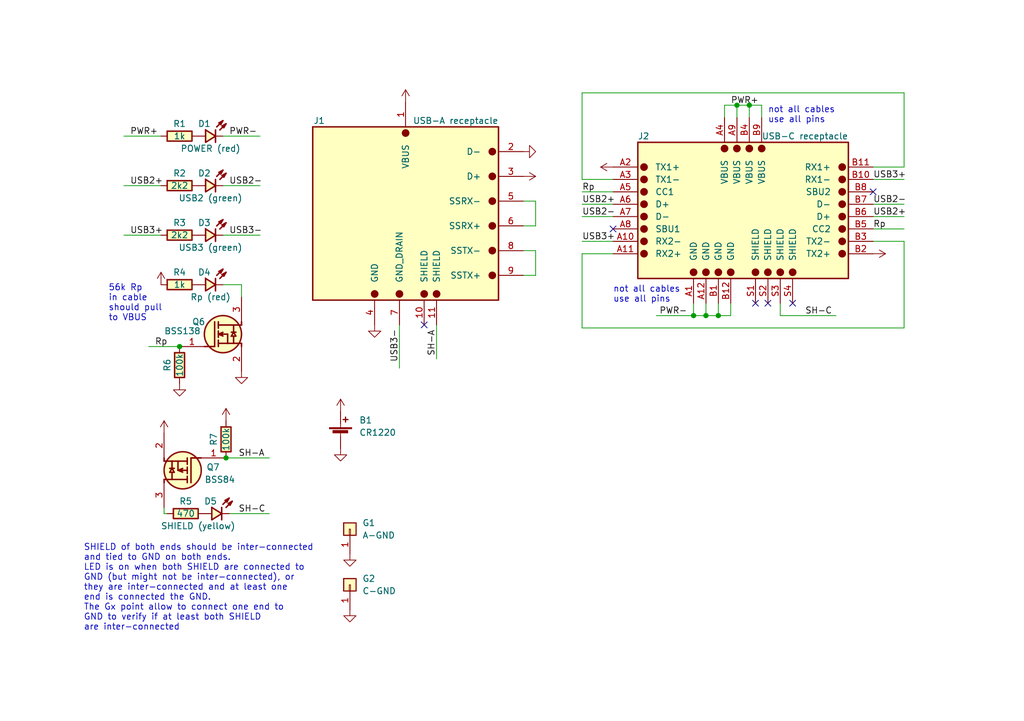
<source format=kicad_sch>
(kicad_sch (version 20211123) (generator eeschema)
  (paper "A5")
  (title_block (title "USB-A to USB-C cable tester") (date "$date$") (rev "$version$.$revision$") (company "CuVoodoo") (comment 1 "King Kévin") (comment 2 "CERN-OHL-S"))
  (lib_symbols
    (symbol "Connector_Generic:Conn_01x01" (pin_names (offset 1.016) hide)
      (property "Reference" "J" (at 0 2.54 0))
      (property "Value" "Conn_01x01" (at 0 -2.54 0))
      (symbol "Conn_01x01_1_1"
        (rectangle (start -1.27 0.127) (end 0 -0.127) (stroke (width 0.1524)))
        (rectangle (start -1.27 1.27) (end 1.27 -1.27) (stroke (width 0.254)) (fill (type background)))
        (pin passive line (at -5.08 0 0) (length 3.81) (name "Pin_1") (number "1"))
      )
    )
    (symbol "Device:Battery_Cell" (pin_numbers hide) (pin_names (offset 0) hide)
      (property "Reference" "BT" (at 2.54 2.54 0))
      (property "Value" "Battery_Cell" (at 2.54 0 0))
      (symbol "Battery_Cell_0_1"
        (rectangle (start -2.286 1.778) (end 2.286 1.524) (fill (type outline)))
        (rectangle (start -1.5748 1.1938) (end 1.4732 0.6858) (fill (type outline)))
        (polyline (pts (xy 0 0.762) (xy 0 0)))
        (polyline (pts (xy 0 1.778) (xy 0 2.54)))
        (polyline (pts (xy 0.508 3.429) (xy 1.524 3.429)) (stroke (width 0.254)))
        (polyline (pts (xy 1.016 3.937) (xy 1.016 2.921)) (stroke (width 0.254)))
      )
      (symbol "Battery_Cell_1_1"
        (pin passive line (at 0 5.08 270) (length 2.54) (name "+") (number "1"))
        (pin passive line (at 0 -2.54 90) (length 2.54) (name "-") (number "2"))
      )
    )
    (symbol "power:GND" (power) (pin_names (offset 0))
      (property "Value" "GND" (at 0 -3.81 0))
      (symbol "GND_0_1"
        (polyline (pts (xy 0 0) (xy 0 -1.27) (xy 1.27 -1.27) (xy 0 -2.54) (xy -1.27 -1.27) (xy 0 -1.27)))
      )
      (symbol "GND_1_1"
        (pin power_in line (at 0 0 270) (length 0) hide (name "GND") (number "1"))
      )
    )
    (symbol "power:VCC" (power) (pin_names (offset 0))
      (property "Value" "VCC" (at 0 3.81 0))
      (symbol "VCC_0_1"
        (polyline (pts (xy -0.762 1.27) (xy 0 2.54)))
        (polyline (pts (xy 0 0) (xy 0 2.54)))
        (polyline (pts (xy 0 2.54) (xy 0.762 1.27)))
      )
      (symbol "VCC_1_1"
        (pin power_in line (at 0 0 90) (length 0) hide (name "VCC") (number "1"))
      )
    )
    (symbol "qeda:BSS138" (pin_names (offset 1.016) hide)
      (property "Reference" "VT" (at 1.778 4.572 0))
      (property "Value" "BSS138" (at 1.778 -4.572 0))
      (symbol "BSS138_1_1"
        (polyline (pts (xy -3.81 -2.54) (xy -1.7018 -2.54)) (stroke (width 0.3048)))
        (polyline (pts (xy -1.7018 2.54) (xy -1.7018 -2.54)) (stroke (width 0.3048)))
        (polyline (pts (xy -0.9398 -1.8796) (xy 3.81 -1.8796)) (stroke (width 0.3048)))
        (polyline (pts (xy -0.9398 -1.2192) (xy -0.9398 -2.54)) (stroke (width 0.3048)))
        (polyline (pts (xy -0.9398 0) (xy 0.9652 0)) (stroke (width 0.3048)))
        (polyline (pts (xy -0.9398 0.6604) (xy -0.9398 -0.6604)) (stroke (width 0.3048)))
        (polyline (pts (xy -0.9398 1.8796) (xy 3.81 1.8796)) (stroke (width 0.3048)))
        (polyline (pts (xy -0.9398 2.54) (xy -0.9398 1.2192)) (stroke (width 0.3048)))
        (polyline (pts (xy 0.9652 0) (xy 0.9652 -1.8796)) (stroke (width 0.3048)))
        (polyline (pts (xy 1.7272 0.4064) (xy 2.667 0.4064)) (stroke (width 0.3048)))
        (polyline (pts (xy 2.1844 -0.4064) (xy 2.1844 -1.8796)) (stroke (width 0.3048)))
        (polyline (pts (xy 2.1844 1.8796) (xy 2.1844 0.4064)) (stroke (width 0.3048)))
        (polyline (pts (xy 3.81 -1.8796) (xy 3.81 -2.54)) (stroke (width 0.3048)))
        (polyline (pts (xy 3.81 1.8796) (xy 3.81 2.54)) (stroke (width 0.3048)))
        (polyline (pts (xy 0 0.381) (xy -0.9398 0) (xy 0 -0.381)) (stroke (width 0.3048)) (fill (type outline)))
        (polyline (pts (xy 1.7272 -0.4064) (xy 2.667 -0.4064) (xy 2.1844 0.4064) (xy 1.7272 -0.4064)) (stroke (width 0.3048)))
        (circle (center 0 0) (radius 3.81) (stroke (width 0.3048)) (fill (type background)))
        (pin input line (at -8.89 -2.54 0) (length 5.08) (name "G") (number "1"))
        (pin unspecified line (at 3.81 -7.62 90) (length 5.08) (name "S") (number "2"))
        (pin unspecified line (at 3.81 7.62 270) (length 5.08) (name "D") (number "3"))
      )
    )
    (symbol "qeda:BSS84" (pin_names (offset 1.016) hide)
      (property "Reference" "VT" (at 1.778 4.572 0))
      (property "Value" "BSS84" (at 1.778 -4.572 0))
      (symbol "BSS84_1_1"
        (polyline (pts (xy -3.81 -2.54) (xy -1.7018 -2.54)) (stroke (width 0.3048)))
        (polyline (pts (xy -1.7018 2.54) (xy -1.7018 -2.54)) (stroke (width 0.3048)))
        (polyline (pts (xy -0.9398 -1.8796) (xy 3.81 -1.8796)) (stroke (width 0.3048)))
        (polyline (pts (xy -0.9398 -1.2192) (xy -0.9398 -2.54)) (stroke (width 0.3048)))
        (polyline (pts (xy -0.9398 0) (xy 0.9652 0)) (stroke (width 0.3048)))
        (polyline (pts (xy -0.9398 0.6604) (xy -0.9398 -0.6604)) (stroke (width 0.3048)))
        (polyline (pts (xy -0.9398 1.8796) (xy 3.81 1.8796)) (stroke (width 0.3048)))
        (polyline (pts (xy -0.9398 2.54) (xy -0.9398 1.2192)) (stroke (width 0.3048)))
        (polyline (pts (xy 0.9652 0) (xy 0.9652 -1.8796)) (stroke (width 0.3048)))
        (polyline (pts (xy 1.7272 -0.4064) (xy 2.667 -0.4064)) (stroke (width 0.3048)))
        (polyline (pts (xy 2.1844 -0.4064) (xy 2.1844 -1.8796)) (stroke (width 0.3048)))
        (polyline (pts (xy 2.1844 1.8796) (xy 2.1844 0.4064)) (stroke (width 0.3048)))
        (polyline (pts (xy 3.81 -1.8796) (xy 3.81 -2.54)) (stroke (width 0.3048)))
        (polyline (pts (xy 3.81 1.8796) (xy 3.81 2.54)) (stroke (width 0.3048)))
        (polyline (pts (xy 0 0.381) (xy 0.9652 0) (xy 0 -0.381)) (stroke (width 0.3048)) (fill (type outline)))
        (polyline (pts (xy 1.7272 0.4064) (xy 2.667 0.4064) (xy 2.1844 -0.4064) (xy 1.7272 0.4064)) (stroke (width 0.3048)))
        (circle (center 0 0) (radius 3.81) (stroke (width 0.3048)) (fill (type background)))
        (pin input line (at -8.89 -2.54 0) (length 5.08) (name "G") (number "1"))
        (pin unspecified line (at 3.81 -7.62 90) (length 5.08) (name "S") (number "2"))
        (pin unspecified line (at 3.81 7.62 270) (length 5.08) (name "D") (number "3"))
      )
    )
    (symbol "qeda:LED0805" (pin_numbers hide) (pin_names (offset 1.016) hide)
      (property "Reference" "D" (at 0 2.032 0))
      (property "Value" "LED0805" (at 0 -2.032 0))
      (symbol "LED0805_1_1"
        (polyline (pts (xy 1.016 1.27) (xy 1.016 -1.27)) (stroke (width 0.3048)))
        (polyline (pts (xy 1.27 1.905) (xy 2.54 3.175)) (stroke (width 0.3048)))
        (polyline (pts (xy 1.905 1.27) (xy 3.175 2.54)) (stroke (width 0.3048)))
        (polyline (pts (xy -1.016 1.27) (xy 1.016 0) (xy -1.016 -1.27) (xy -1.016 1.27)) (stroke (width 0.3048)) (fill (type background)))
        (polyline (pts (xy 1.7272 2.7178) (xy 2.54 3.175) (xy 2.0828 2.3622) (xy 1.7272 2.7178)) (stroke (width 0.3048)) (fill (type outline)))
        (polyline (pts (xy 2.3622 2.0828) (xy 3.175 2.54) (xy 2.7178 1.7272) (xy 2.3622 2.0828)) (stroke (width 0.3048)) (fill (type outline)))
        (pin passive line (at 2.54 0 180) (length 1.524) (name "C") (number "1"))
        (pin passive line (at -2.54 0 0) (length 1.524) (name "A") (number "2"))
      )
    )
    (symbol "qeda:R0603" (pin_numbers hide) (pin_names (offset 1.016) hide)
      (property "Reference" "R" (at 0 1.778 0))
      (property "Value" "R0603" (at 0 -1.778 0))
      (symbol "R0603_1_1"
        (rectangle (start -2.54 1.016) (end 2.54 -1.016) (stroke (width 0.3048)) (fill (type background)))
        (pin passive line (at -3.81 0 0) (length 1.27) (name "L") (number "1"))
        (pin passive line (at 3.81 0 180) (length 1.27) (name "R") (number "2"))
      )
    )
    (symbol "qeda:U231-09XN-4BLRA00" (pin_names (offset 3.556))
      (property "Reference" "J" (at 0 0.762 0))
      (property "Value" "U231-09XN-4BLRA00" (at 26.162 -36.322 0))
      (symbol "U231-09XN-4BLRA00_1_1"
        (rectangle (start 0 0) (end 38.1 -35.56) (stroke (width 0.3048)) (fill (type background)))
        (circle (center 12.7 -34.29) (radius 0.635) (stroke (width 0.3048)) (fill (type outline)))
        (circle (center 17.78 -34.29) (radius 0.635) (stroke (width 0.3048)) (fill (type outline)))
        (circle (center 19.05 -1.27) (radius 0.635) (stroke (width 0.3048)) (fill (type outline)))
        (circle (center 22.86 -34.29) (radius 0.635) (stroke (width 0.3048)) (fill (type outline)))
        (circle (center 25.4 -34.29) (radius 0.635) (stroke (width 0.3048)) (fill (type outline)))
        (circle (center 36.83 -30.48) (radius 0.635) (stroke (width 0.3048)) (fill (type outline)))
        (circle (center 36.83 -25.4) (radius 0.635) (stroke (width 0.3048)) (fill (type outline)))
        (circle (center 36.83 -20.32) (radius 0.635) (stroke (width 0.3048)) (fill (type outline)))
        (circle (center 36.83 -15.24) (radius 0.635) (stroke (width 0.3048)) (fill (type outline)))
        (circle (center 36.83 -10.16) (radius 0.635) (stroke (width 0.3048)) (fill (type outline)))
        (circle (center 36.83 -5.08) (radius 0.635) (stroke (width 0.3048)) (fill (type outline)))
        (pin power_in line (at 19.05 5.08 270) (length 5.08) (name "VBUS") (number "1"))
        (pin passive line (at 22.86 -40.64 90) (length 5.08) (name "SHIELD") (number "10"))
        (pin passive line (at 25.4 -40.64 90) (length 5.08) (name "SHIELD") (number "11"))
        (pin bidirectional line (at 43.18 -5.08 180) (length 5.08) (name "D-") (number "2"))
        (pin bidirectional line (at 43.18 -10.16 180) (length 5.08) (name "D+") (number "3"))
        (pin power_in line (at 12.7 -40.64 90) (length 5.08) (name "GND") (number "4"))
        (pin input line (at 43.18 -15.24 180) (length 5.08) (name "SSRX-") (number "5"))
        (pin input line (at 43.18 -20.32 180) (length 5.08) (name "SSRX+") (number "6"))
        (pin power_in line (at 17.78 -40.64 90) (length 5.08) (name "GND_DRAIN") (number "7"))
        (pin output line (at 43.18 -25.4 180) (length 5.08) (name "SSTX-") (number "8"))
        (pin output line (at 43.18 -30.48 180) (length 5.08) (name "SSTX+") (number "9"))
      )
    )
    (symbol "qeda:XKB_U262-24XN-4BV64" (pin_names (offset 3.556))
      (property "Reference" "J" (at 0 0.762 0))
      (property "Value" "XKB_U262-24XN-4BV64" (at 32.512 -28.702 0))
      (symbol "XKB_U262-24XN-4BV64_1_1"
        (rectangle (start 0 0) (end 43.18 -27.94) (stroke (width 0.3048)) (fill (type background)))
        (circle (center 1.27 -22.86) (radius 0.635) (stroke (width 0.3048)) (fill (type outline)))
        (circle (center 1.27 -20.32) (radius 0.635) (stroke (width 0.3048)) (fill (type outline)))
        (circle (center 1.27 -17.78) (radius 0.635) (stroke (width 0.3048)) (fill (type outline)))
        (circle (center 1.27 -15.24) (radius 0.635) (stroke (width 0.3048)) (fill (type outline)))
        (circle (center 1.27 -12.7) (radius 0.635) (stroke (width 0.3048)) (fill (type outline)))
        (circle (center 1.27 -10.16) (radius 0.635) (stroke (width 0.3048)) (fill (type outline)))
        (circle (center 1.27 -7.62) (radius 0.635) (stroke (width 0.3048)) (fill (type outline)))
        (circle (center 1.27 -5.08) (radius 0.635) (stroke (width 0.3048)) (fill (type outline)))
        (circle (center 11.43 -26.67) (radius 0.635) (stroke (width 0.3048)) (fill (type outline)))
        (circle (center 13.97 -26.67) (radius 0.635) (stroke (width 0.3048)) (fill (type outline)))
        (circle (center 16.51 -26.67) (radius 0.635) (stroke (width 0.3048)) (fill (type outline)))
        (circle (center 17.78 -1.27) (radius 0.635) (stroke (width 0.3048)) (fill (type outline)))
        (circle (center 19.05 -26.67) (radius 0.635) (stroke (width 0.3048)) (fill (type outline)))
        (circle (center 20.32 -1.27) (radius 0.635) (stroke (width 0.3048)) (fill (type outline)))
        (circle (center 22.86 -1.27) (radius 0.635) (stroke (width 0.3048)) (fill (type outline)))
        (circle (center 24.13 -26.67) (radius 0.635) (stroke (width 0.3048)) (fill (type outline)))
        (circle (center 25.4 -1.27) (radius 0.635) (stroke (width 0.3048)) (fill (type outline)))
        (circle (center 26.67 -26.67) (radius 0.635) (stroke (width 0.3048)) (fill (type outline)))
        (circle (center 29.21 -26.67) (radius 0.635) (stroke (width 0.3048)) (fill (type outline)))
        (circle (center 31.75 -26.67) (radius 0.635) (stroke (width 0.3048)) (fill (type outline)))
        (circle (center 41.91 -22.86) (radius 0.635) (stroke (width 0.3048)) (fill (type outline)))
        (circle (center 41.91 -20.32) (radius 0.635) (stroke (width 0.3048)) (fill (type outline)))
        (circle (center 41.91 -17.78) (radius 0.635) (stroke (width 0.3048)) (fill (type outline)))
        (circle (center 41.91 -15.24) (radius 0.635) (stroke (width 0.3048)) (fill (type outline)))
        (circle (center 41.91 -12.7) (radius 0.635) (stroke (width 0.3048)) (fill (type outline)))
        (circle (center 41.91 -10.16) (radius 0.635) (stroke (width 0.3048)) (fill (type outline)))
        (circle (center 41.91 -7.62) (radius 0.635) (stroke (width 0.3048)) (fill (type outline)))
        (circle (center 41.91 -5.08) (radius 0.635) (stroke (width 0.3048)) (fill (type outline)))
        (pin power_in line (at 11.43 -33.02 90) (length 5.08) (name "GND") (number "A1"))
        (pin input line (at -5.08 -20.32 0) (length 5.08) (name "RX2-") (number "A10"))
        (pin input line (at -5.08 -22.86 0) (length 5.08) (name "RX2+") (number "A11"))
        (pin power_in line (at 13.97 -33.02 90) (length 5.08) (name "GND") (number "A12"))
        (pin output line (at -5.08 -5.08 0) (length 5.08) (name "TX1+") (number "A2"))
        (pin output line (at -5.08 -7.62 0) (length 5.08) (name "TX1-") (number "A3"))
        (pin power_in line (at 17.78 5.08 270) (length 5.08) (name "VBUS") (number "A4"))
        (pin bidirectional line (at -5.08 -10.16 0) (length 5.08) (name "CC1") (number "A5"))
        (pin bidirectional line (at -5.08 -12.7 0) (length 5.08) (name "D+") (number "A6"))
        (pin bidirectional line (at -5.08 -15.24 0) (length 5.08) (name "D-") (number "A7"))
        (pin bidirectional line (at -5.08 -17.78 0) (length 5.08) (name "SBU1") (number "A8"))
        (pin power_in line (at 20.32 5.08 270) (length 5.08) (name "VBUS") (number "A9"))
        (pin power_in line (at 16.51 -33.02 90) (length 5.08) (name "GND") (number "B1"))
        (pin input line (at 48.26 -7.62 180) (length 5.08) (name "RX1-") (number "B10"))
        (pin input line (at 48.26 -5.08 180) (length 5.08) (name "RX1+") (number "B11"))
        (pin power_in line (at 19.05 -33.02 90) (length 5.08) (name "GND") (number "B12"))
        (pin output line (at 48.26 -22.86 180) (length 5.08) (name "TX2+") (number "B2"))
        (pin output line (at 48.26 -20.32 180) (length 5.08) (name "TX2-") (number "B3"))
        (pin power_in line (at 22.86 5.08 270) (length 5.08) (name "VBUS") (number "B4"))
        (pin bidirectional line (at 48.26 -17.78 180) (length 5.08) (name "CC2") (number "B5"))
        (pin bidirectional line (at 48.26 -15.24 180) (length 5.08) (name "D+") (number "B6"))
        (pin bidirectional line (at 48.26 -12.7 180) (length 5.08) (name "D-") (number "B7"))
        (pin bidirectional line (at 48.26 -10.16 180) (length 5.08) (name "SBU2") (number "B8"))
        (pin power_in line (at 25.4 5.08 270) (length 5.08) (name "VBUS") (number "B9"))
        (pin passive line (at 24.13 -33.02 90) (length 5.08) (name "SHIELD") (number "S1"))
        (pin passive line (at 26.67 -33.02 90) (length 5.08) (name "SHIELD") (number "S2"))
        (pin passive line (at 29.21 -33.02 90) (length 5.08) (name "SHIELD") (number "S3"))
        (pin passive line (at 31.75 -33.02 90) (length 5.08) (name "SHIELD") (number "S4"))
      )
    )
  )
  (junction (at 36.83 71.12))
  (junction (at 144.78 64.77))
  (junction (at 142.24 64.77))
  (junction (at 46.355 93.98))
  (junction (at 147.32 64.77))
  (junction (at 153.67 21.59))
  (junction (at 151.13 21.59))
  (no_connect (at 86.995 66.675))
  (no_connect (at 154.94 62.23))
  (no_connect (at 162.56 62.23))
  (no_connect (at 157.48 62.23))
  (no_connect (at 125.73 46.99))
  (no_connect (at 179.07 39.37))
  (wire (pts (xy 25.4 38.1) (xy 33.02 38.1)))
  (wire (pts (xy 119.38 39.37) (xy 125.73 39.37)))
  (wire (pts (xy 33.655 105.41) (xy 34.29 105.41)))
  (wire (pts (xy 119.38 44.45) (xy 125.73 44.45)))
  (wire (pts (xy 185.42 49.53) (xy 179.07 49.53)))
  (wire (pts (xy 119.38 67.31) (xy 185.42 67.31)))
  (wire (pts (xy 30.48 71.12) (xy 36.83 71.12)))
  (wire (pts (xy 125.73 36.83) (xy 119.38 36.83)))
  (wire (pts (xy 147.32 62.23) (xy 147.32 64.77)))
  (wire (pts (xy 119.38 49.53) (xy 125.73 49.53)))
  (wire (pts (xy 45.72 48.26) (xy 53.34 48.26)))
  (wire (pts (xy 46.99 105.41) (xy 55.245 105.41)))
  (wire (pts (xy 144.78 64.77) (xy 147.32 64.77)))
  (wire (pts (xy 149.86 64.77) (xy 149.86 62.23)))
  (wire (pts (xy 185.42 34.29) (xy 179.07 34.29)))
  (wire (pts (xy 179.07 36.83) (xy 185.42 36.83)))
  (wire (pts (xy 147.32 64.77) (xy 149.86 64.77)))
  (wire (pts (xy 109.855 46.355) (xy 107.315 46.355)))
  (wire (pts (xy 109.855 41.275) (xy 109.855 46.355)))
  (wire (pts (xy 151.13 21.59) (xy 153.67 21.59)))
  (wire (pts (xy 107.315 41.275) (xy 109.855 41.275)))
  (wire (pts (xy 81.915 66.675) (xy 81.915 75.565)))
  (wire (pts (xy 185.42 67.31) (xy 185.42 49.53)))
  (wire (pts (xy 119.38 41.91) (xy 125.73 41.91)))
  (wire (pts (xy 125.73 52.07) (xy 119.38 52.07)))
  (wire (pts (xy 185.42 19.05) (xy 185.42 34.29)))
  (wire (pts (xy 107.315 51.435) (xy 109.855 51.435)))
  (wire (pts (xy 153.67 21.59) (xy 156.21 21.59)))
  (wire (pts (xy 153.67 21.59) (xy 153.67 24.13)))
  (wire (pts (xy 109.855 56.515) (xy 107.315 56.515)))
  (wire (pts (xy 49.53 58.42) (xy 49.53 60.96)))
  (wire (pts (xy 144.78 62.23) (xy 144.78 64.77)))
  (wire (pts (xy 25.4 48.26) (xy 33.02 48.26)))
  (wire (pts (xy 148.59 21.59) (xy 151.13 21.59)))
  (wire (pts (xy 46.355 93.98) (xy 55.245 93.98)))
  (wire (pts (xy 156.21 21.59) (xy 156.21 24.13)))
  (wire (pts (xy 179.07 44.45) (xy 185.42 44.45)))
  (wire (pts (xy 142.24 64.77) (xy 144.78 64.77)))
  (wire (pts (xy 134.62 64.77) (xy 142.24 64.77)))
  (wire (pts (xy 148.59 24.13) (xy 148.59 21.59)))
  (wire (pts (xy 151.13 21.59) (xy 151.13 24.13)))
  (wire (pts (xy 89.535 66.675) (xy 89.535 73.66)))
  (wire (pts (xy 179.07 41.91) (xy 185.42 41.91)))
  (wire (pts (xy 142.24 62.23) (xy 142.24 64.77)))
  (wire (pts (xy 25.4 27.94) (xy 33.02 27.94)))
  (wire (pts (xy 119.38 36.83) (xy 119.38 19.05)))
  (wire (pts (xy 45.72 38.1) (xy 53.34 38.1)))
  (wire (pts (xy 45.72 58.42) (xy 49.53 58.42)))
  (wire (pts (xy 160.02 64.77) (xy 171.45 64.77)))
  (wire (pts (xy 33.655 104.14) (xy 33.655 105.41)))
  (wire (pts (xy 119.38 19.05) (xy 185.42 19.05)))
  (wire (pts (xy 119.38 52.07) (xy 119.38 67.31)))
  (wire (pts (xy 109.855 51.435) (xy 109.855 56.515)))
  (wire (pts (xy 160.02 62.23) (xy 160.02 64.77)))
  (wire (pts (xy 45.72 27.94) (xy 53.34 27.94)))
  (wire (pts (xy 179.07 46.99) (xy 185.42 46.99)))
  (text "56k Rp\nin cable\nshould pull\nto VBUS" (at 22.225 66.04 0) (effects (font (size 1.27 1.27)) (justify left bottom)))
  (text "SHIELD of both ends should be inter-connected\nand tied to GND on both ends.\nLED is on when both SHIELD are connected to\nGND (but might not be inter-connected), or\nthey are inter-connected and at least one\nend is connected the GND.\nThe Gx point allow to connect one end to\nGND to verify if at least both SHIELD\nare inter-connected" (at 17.145 129.54 0) (effects (font (size 1.27 1.27)) (justify left bottom)))
  (text "not all cables\nuse all pins" (at 125.73 62.23 0) (effects (font (size 1.27 1.27)) (justify left bottom)))
  (text "not all cables\nuse all pins" (at 157.48 25.4 0) (effects (font (size 1.27 1.27)) (justify left bottom)))
  (label "USB2+" (at 119.38 41.91 0))
  (label "USB3+" (at 179.07 36.83 0))
  (label "PWR+" (at 149.86 21.59 0))
  (label "USB3-" (at 81.915 74.295 90))
  (label "USB2-" (at 179.07 41.91 0))
  (label "Rp" (at 31.75 71.12 0))
  (label "USB2-" (at 46.99 38.1 0))
  (label "PWR+" (at 26.67 27.94 0))
  (label "USB3+" (at 119.38 49.53 0))
  (label "USB2-" (at 119.38 44.45 0))
  (label "SH-C" (at 48.895 105.41 0))
  (label "Rp" (at 179.07 46.99 0))
  (label "SH-C" (at 165.1 64.77 0))
  (label "Rp" (at 119.38 39.37 0))
  (label "USB3+" (at 26.67 48.26 0))
  (label "USB3-" (at 46.99 48.26 0))
  (label "USB2+" (at 26.67 38.1 0))
  (label "SH-A" (at 89.535 73.025 90))
  (label "PWR-" (at 140.97 64.77 180))
  (label "USB2+" (at 179.07 44.45 0))
  (label "SH-A" (at 48.895 93.98 0))
  (label "PWR-" (at 46.99 27.94 0))
  (symbol (lib_id "power:GND") (at 49.53 76.2 0) (unit 1)
    (property "Reference" "#PWR0110" (effects hide))
    (property "Value" "GND" (effects hide))
  )
  (symbol (lib_id "qeda:XKB_U262-24XN-4BV64") (at 130.81 29.21 0) (unit 1)
    (property "Reference" "J2" (at 130.81 27.94 0) (effects (justify left)))
    (property "Value" "USB-C receptacle" (at 156.21 27.94 0) (effects (justify left)))
    (property "Footprint" "qeda:CONNECTOR_XKB_U262-24XN-4BV64" (effects hide))
    (property "Datasheet" "http://www.helloxkb.com/public/images/pdf/U262-24XN-4BV64.pdf" (effects hide))
  )
  (symbol (lib_id "qeda:BSS138") (at 45.72 68.58 0) (unit 1)
    (property "Reference" "Q6" (at 39.37 66.04 0) (effects (justify left)))
    (property "Value" "BSS138" (at 33.655 67.945 0) (effects (justify left)))
    (property "Footprint" "qeda:SOT95P237X112-3N" (effects hide))
    (property "Datasheet" "https://www.onsemi.com/pdf/datasheet/bss138-d.pdf" (effects hide))
  )
  (symbol (lib_id "qeda:R0603") (at 36.83 38.1 0) (unit 1)
    (property "Reference" "R2" (at 36.83 35.56 0))
    (property "Value" "2k2" (at 36.83 38.1 0))
    (property "Footprint" "qeda:UC1608X55N" (effects hide))
  )
  (symbol (lib_id "Device:Battery_Cell") (at 69.85 89.535 0) (unit 1)
    (property "Reference" "B1" (at 73.66 86.2329 0) (effects (justify left)))
    (property "Value" "CR1220" (at 73.66 88.7729 0) (effects (justify left)))
    (property "Footprint" "qeda:CONNECTOR_MY-1220-03" (effects hide))
  )
  (symbol (lib_id "qeda:R0603") (at 36.83 74.93 90) (unit 1)
    (property "Reference" "R6" (at 34.29 74.93 0))
    (property "Value" "100k" (at 36.83 74.93 0))
    (property "Footprint" "qeda:UC1608X55N" (effects hide))
  )
  (symbol (lib_id "power:GND") (at 36.83 78.74 0) (unit 1)
    (property "Reference" "#PWR0111" (effects hide))
    (property "Value" "GND" (effects hide))
  )
  (symbol (lib_id "Connector_Generic:Conn_01x01") (at 71.755 120.015 90) (unit 1)
    (property "Reference" "G2" (at 74.295 118.7449 90) (effects (justify right)))
    (property "Value" "C-GND" (at 74.295 121.2849 90) (effects (justify right)))
    (property "Footprint" "custom:pad_C" (effects hide))
  )
  (symbol (lib_id "qeda:LED0805") (at 44.45 105.41 0) (unit 1)
    (property "Reference" "D5" (at 43.18 102.87 0))
    (property "Value" "SHIELD (yellow)" (at 40.64 107.95 0))
    (property "Footprint" "qeda:LEDC2012X80N" (effects hide))
  )
  (symbol (lib_id "qeda:LED0805") (at 43.18 27.94 0) (unit 1)
    (property "Reference" "D1" (at 41.91 25.4 0))
    (property "Value" "POWER (red)" (at 43.18 30.48 0))
    (property "Footprint" "qeda:LEDC2012X80N" (effects hide))
  )
  (symbol (lib_id "power:VCC") (at 83.185 20.955 0) (unit 1)
    (property "Reference" "#PWR0102" (effects hide))
    (property "Value" "VCC" (effects hide))
  )
  (symbol (lib_id "power:VCC") (at 33.655 88.9 0) (unit 1)
    (property "Reference" "#PWR0112" (effects hide))
    (property "Value" "VCC" (effects hide))
  )
  (symbol (lib_id "qeda:R0603") (at 36.83 48.26 0) (unit 1)
    (property "Reference" "R3" (at 36.83 45.72 0))
    (property "Value" "2k2" (at 36.83 48.26 0))
    (property "Footprint" "qeda:UC1608X55N" (effects hide))
  )
  (symbol (lib_id "power:VCC") (at 46.355 86.36 0) (unit 1)
    (property "Reference" "#PWR0113" (effects hide))
    (property "Value" "VCC" (effects hide))
  )
  (symbol (lib_id "qeda:LED0805") (at 43.18 58.42 0) (unit 1)
    (property "Reference" "D4" (at 41.91 55.88 0))
    (property "Value" "Rp (red)" (at 43.18 60.96 0))
    (property "Footprint" "qeda:LEDC2012X80N" (effects hide))
  )
  (symbol (lib_id "qeda:U231-09XN-4BLRA00") (at 64.135 26.035 0) (unit 1)
    (property "Reference" "J1" (at 66.675 24.765 0) (effects (justify right)))
    (property "Value" "USB-A receptacle" (at 102.235 24.765 0) (effects (justify right)))
    (property "Footprint" "qeda:CONNECTOR_U231-09XN-4BLRA00" (effects hide))
    (property "Datasheet" "http://www.helloxkb.com/public/images/pdf/U231-091N-4BLRA00-S.pdf" (effects hide))
  )
  (symbol (lib_id "power:VCC") (at 179.07 52.07 270) (unit 1)
    (property "Reference" "#PWR0108" (effects hide))
    (property "Value" "VCC" (effects hide))
  )
  (symbol (lib_id "power:GND") (at 76.835 66.675 0) (unit 1)
    (property "Reference" "#PWR0106" (effects hide))
    (property "Value" "GND" (effects hide))
  )
  (symbol (lib_id "qeda:R0603") (at 36.83 27.94 0) (unit 1)
    (property "Reference" "R1" (at 36.83 25.4 0))
    (property "Value" "1k" (at 36.83 27.94 0))
    (property "Footprint" "qeda:UC1608X55N" (effects hide))
  )
  (symbol (lib_id "qeda:BSS84") (at 37.465 96.52 180) (unit 1)
    (property "Reference" "Q7" (at 45.085 95.885 0) (effects (justify left)))
    (property "Value" "BSS84" (at 48.26 98.425 0) (effects (justify left)))
    (property "Footprint" "qeda:SOT95P237X112-3N" (effects hide))
    (property "Datasheet" "https://assets.nexperia.com/documents/data-sheet/BSS84.pdf" (effects hide))
  )
  (symbol (lib_id "qeda:R0603") (at 46.355 90.17 90) (unit 1)
    (property "Reference" "R7" (at 43.815 90.17 0))
    (property "Value" "100k" (at 46.355 90.17 0))
    (property "Footprint" "qeda:UC1608X55N" (effects hide))
  )
  (symbol (lib_id "qeda:LED0805") (at 43.18 38.1 0) (unit 1)
    (property "Reference" "D2" (at 41.91 35.56 0))
    (property "Value" "USB2 (green)" (at 43.18 40.64 0))
    (property "Footprint" "qeda:LEDC2012X80N" (effects hide))
  )
  (symbol (lib_id "power:GND") (at 107.315 31.115 90) (unit 1)
    (property "Reference" "#PWR0103" (effects hide))
    (property "Value" "GND" (effects hide))
  )
  (symbol (lib_id "Connector_Generic:Conn_01x01") (at 71.755 108.585 90) (unit 1)
    (property "Reference" "G1" (at 74.295 107.3149 90) (effects (justify right)))
    (property "Value" "A-GND" (at 74.295 109.8549 90) (effects (justify right)))
    (property "Footprint" "custom:pad_A" (effects hide))
  )
  (symbol (lib_id "power:GND") (at 71.755 113.665 0) (unit 1)
    (property "Reference" "#PWR0116" (effects hide))
    (property "Value" "GND" (effects hide))
  )
  (symbol (lib_id "qeda:LED0805") (at 43.18 48.26 0) (unit 1)
    (property "Reference" "D3" (at 41.91 45.72 0))
    (property "Value" "USB3 (green)" (at 43.18 50.8 0))
    (property "Footprint" "qeda:LEDC2012X80N" (effects hide))
  )
  (symbol (lib_id "power:GND") (at 69.85 92.075 0) (unit 1)
    (property "Reference" "#PWR0105" (effects hide))
    (property "Value" "GND" (effects hide))
  )
  (symbol (lib_id "power:VCC") (at 69.85 84.455 0) (unit 1)
    (property "Reference" "#PWR0104" (effects hide))
    (property "Value" "VCC" (effects hide))
  )
  (symbol (lib_id "qeda:R0603") (at 38.1 105.41 0) (unit 1)
    (property "Reference" "R5" (at 38.1 102.87 0))
    (property "Value" "470" (at 38.1 105.41 0))
    (property "Footprint" "qeda:UC1608X55N" (effects hide))
  )
  (symbol (lib_id "power:VCC") (at 107.315 36.195 270) (unit 1)
    (property "Reference" "#PWR0101" (effects hide))
    (property "Value" "VCC" (effects hide))
  )
  (symbol (lib_id "power:VCC") (at 33.02 58.42 0) (unit 1)
    (property "Reference" "#PWR0109" (effects hide))
    (property "Value" "VCC" (effects hide))
  )
  (symbol (lib_id "qeda:R0603") (at 36.83 58.42 0) (unit 1)
    (property "Reference" "R4" (at 36.83 55.88 0))
    (property "Value" "1k" (at 36.83 58.42 0))
    (property "Footprint" "qeda:UC1608X55N" (effects hide))
  )
  (symbol (lib_id "power:GND") (at 71.755 125.095 0) (unit 1)
    (property "Reference" "#PWR0117" (effects hide))
    (property "Value" "GND" (effects hide))
  )
  (symbol (lib_id "power:VCC") (at 125.73 34.29 90) (unit 1)
    (property "Reference" "#PWR0107" (effects hide))
    (property "Value" "VCC" (effects hide))
  )
)
</source>
